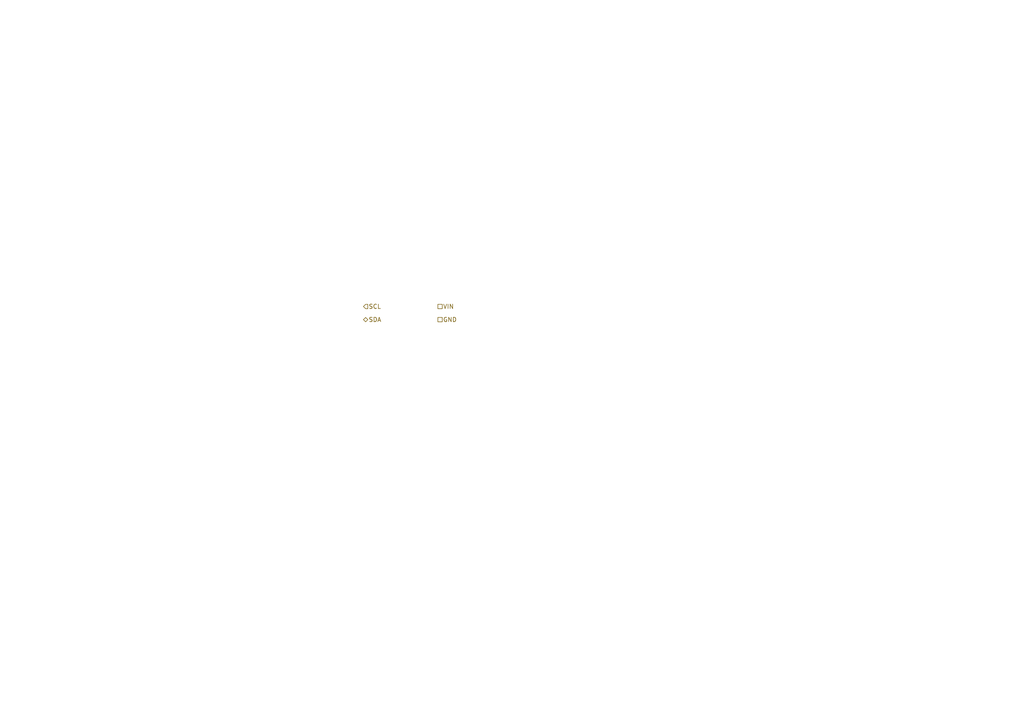
<source format=kicad_sch>
(kicad_sch
	(version 20231120)
	(generator "eeschema")
	(generator_version "8.0")
	(uuid "38e08cbf-95b2-4ded-a40e-23fa20fe9469")
	(paper "A4")
	(lib_symbols)
	(hierarchical_label "VIN"
		(shape passive)
		(at 127 88.9 0)
		(fields_autoplaced yes)
		(effects
			(font
				(size 1.27 1.27)
			)
			(justify left)
		)
		(uuid "4d5a189e-7f3f-4b4b-b7c8-936e071d922e")
	)
	(hierarchical_label "SDA"
		(shape bidirectional)
		(at 105.41 92.71 0)
		(fields_autoplaced yes)
		(effects
			(font
				(size 1.27 1.27)
			)
			(justify left)
		)
		(uuid "774b257a-410a-4d03-9879-46bd44322e22")
	)
	(hierarchical_label "GND"
		(shape passive)
		(at 127 92.71 0)
		(fields_autoplaced yes)
		(effects
			(font
				(size 1.27 1.27)
			)
			(justify left)
		)
		(uuid "bb081d17-7aeb-48e6-b8ad-2e752edcfb1b")
	)
	(hierarchical_label "SCL"
		(shape input)
		(at 105.41 88.9 0)
		(fields_autoplaced yes)
		(effects
			(font
				(size 1.27 1.27)
			)
			(justify left)
		)
		(uuid "d442efa2-85c4-4c22-b5bc-9d4b9adc8964")
	)
)

</source>
